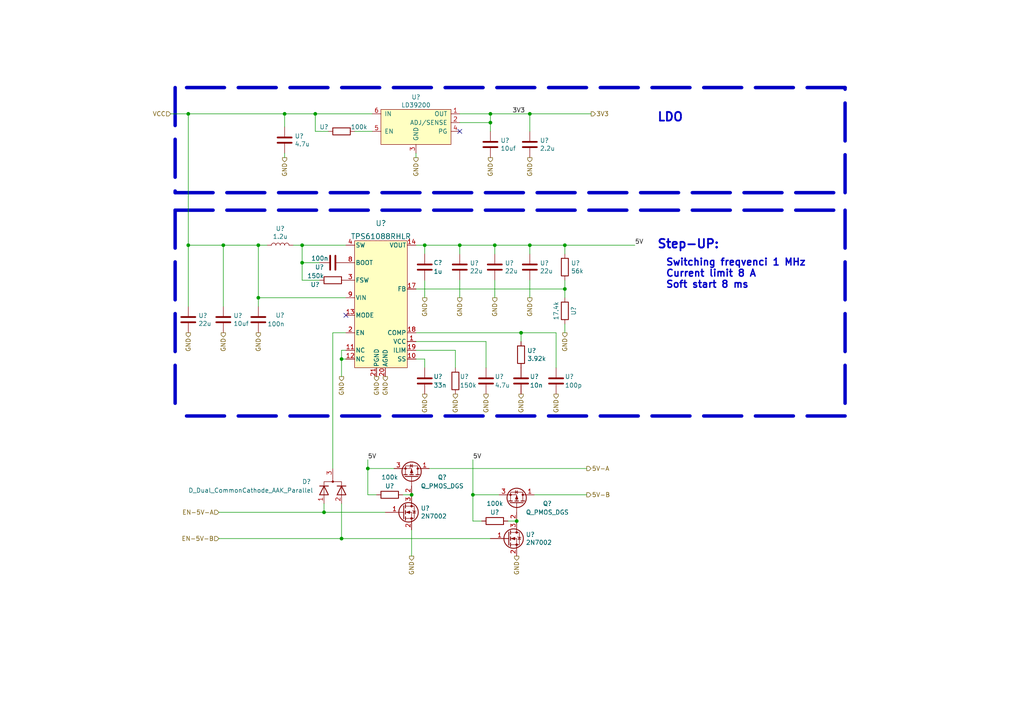
<source format=kicad_sch>
(kicad_sch (version 20211123) (generator eeschema)
  (paper "A4")
  (lib_symbols
    (symbol "B.B-rescue:2N7002-Transistor_FET-B.B-rescue-B.B-rescue" (pin_names (offset 0) hide)
      (property "Reference" "Q" (at 5.08 1.905 0))
      (property "Value" "2N7002-Transistor_FET-B.B-rescue-B.B-rescue" (at 5.08 0 0))
      (symbol "2N7002-Transistor_FET-B.B-rescue-B.B-rescue_0_1"
        (polyline (pts (xy 0.762 -1.778) (xy 2.54 -1.778)))
        (polyline (pts (xy 0.762 -1.27) (xy 0.762 -2.286)) (stroke (width 0.254)))
        (polyline (pts (xy 0.762 0) (xy 2.54 0)))
        (polyline (pts (xy 0.762 0.508) (xy 0.762 -0.508)) (stroke (width 0.254)))
        (polyline (pts (xy 0.762 1.778) (xy 2.54 1.778)))
        (polyline (pts (xy 0.762 2.286) (xy 0.762 1.27)) (stroke (width 0.254)))
        (polyline (pts (xy 2.54 -1.778) (xy 2.54 -2.54)))
        (polyline (pts (xy 2.54 -1.778) (xy 2.54 0)))
        (polyline (pts (xy 2.54 2.54) (xy 2.54 1.778)))
        (polyline (pts (xy 0.254 1.905) (xy 0.254 -1.905) (xy 0.254 -1.905)) (stroke (width 0.254)))
        (polyline (pts (xy 1.016 0) (xy 2.032 0.381) (xy 2.032 -0.381) (xy 1.016 0)) (fill (type outline)))
        (polyline (pts (xy 2.54 -1.778) (xy 3.302 -1.778) (xy 3.302 1.778) (xy 2.54 1.778)))
        (polyline (pts (xy 2.794 0.508) (xy 2.921 0.381) (xy 3.683 0.381) (xy 3.81 0.254)))
        (polyline (pts (xy 3.302 0.381) (xy 2.921 -0.254) (xy 3.683 -0.254) (xy 3.302 0.381)))
        (circle (center 1.651 0) (radius 2.8194) (stroke (width 0.254)))
        (circle (center 2.54 -1.778) (radius 0.2794) (fill (type outline)))
        (circle (center 2.54 1.778) (radius 0.2794) (fill (type outline)))
      )
      (symbol "2N7002-Transistor_FET-B.B-rescue-B.B-rescue_1_1"
        (pin input line (at -5.08 0 0) (length 5.334) (name "G") (number "1"))
        (pin passive line (at 2.54 -5.08 90) (length 2.54) (name "S") (number "2"))
        (pin passive line (at 2.54 5.08 270) (length 2.54) (name "D") (number "3"))
      )
    )
    (symbol "B.B-rescue:C-Device-B.B-rescue-B.B-rescue" (pin_numbers hide) (pin_names (offset 0.254))
      (property "Reference" "C" (at 0.635 2.54 0))
      (property "Value" "C-Device-B.B-rescue-B.B-rescue" (at 0.635 -2.54 0))
      (symbol "C-Device-B.B-rescue-B.B-rescue_0_1"
        (polyline (pts (xy -2.032 -0.762) (xy 2.032 -0.762)) (stroke (width 0.508)))
        (polyline (pts (xy -2.032 0.762) (xy 2.032 0.762)) (stroke (width 0.508)))
      )
      (symbol "C-Device-B.B-rescue-B.B-rescue_1_1"
        (pin passive line (at 0 3.81 270) (length 2.794) (name "~") (number "1"))
        (pin passive line (at 0 -3.81 90) (length 2.794) (name "~") (number "2"))
      )
    )
    (symbol "B.B-rescue:L-Device-B.B-rescue-B.B-rescue" (pin_numbers hide) (pin_names (offset 1.016) hide)
      (property "Reference" "L" (at -1.27 0 90))
      (property "Value" "L-Device-B.B-rescue-B.B-rescue" (at 1.905 0 90))
      (symbol "L-Device-B.B-rescue-B.B-rescue_0_1"
        (arc (start 0 -2.54) (mid 0.635 -1.905) (end 0 -1.27))
        (arc (start 0 -1.27) (mid 0.635 -0.635) (end 0 0))
        (arc (start 0 0) (mid 0.635 0.635) (end 0 1.27))
        (arc (start 0 1.27) (mid 0.635 1.905) (end 0 2.54))
      )
      (symbol "L-Device-B.B-rescue-B.B-rescue_1_1"
        (pin passive line (at 0 3.81 270) (length 1.27) (name "1") (number "1"))
        (pin passive line (at 0 -3.81 90) (length 1.27) (name "2") (number "2"))
      )
    )
    (symbol "B.B-rescue:LD39200-B.B-rescue" (pin_names (offset 1.016))
      (property "Reference" "U" (at 0 6.35 0))
      (property "Value" "LD39200-B.B-rescue" (at 0 3.81 0))
      (property "LCSC" "C222192" (at 0 0 0))
      (symbol "LD39200-B.B-rescue_0_1"
        (rectangle (start 10.16 1.27) (end -10.16 -8.89) (fill (type background)))
      )
      (symbol "LD39200-B.B-rescue_1_1"
        (pin power_out line (at 12.7 0 180) (length 2.54) (name "OUT") (number "1"))
        (pin input line (at 12.7 -2.54 180) (length 2.54) (name "ADJ/SENSE") (number "2"))
        (pin power_in line (at 0 -11.43 90) (length 2.54) (name "GND") (number "3"))
        (pin output line (at 12.7 -5.08 180) (length 2.54) (name "PG") (number "4"))
        (pin input line (at -12.7 -5.08 0) (length 2.54) (name "EN") (number "5"))
        (pin power_in line (at -12.7 0 0) (length 2.54) (name "IN") (number "6"))
        (pin power_in line (at 0 -11.43 90) (length 2.54) hide (name "GND") (number "7"))
      )
    )
    (symbol "B.B-rescue:R-Device-B.B-rescue-B.B-rescue" (pin_numbers hide) (pin_names (offset 0))
      (property "Reference" "R" (at 2.032 0 90))
      (property "Value" "R-Device-B.B-rescue-B.B-rescue" (at 0 0 90))
      (symbol "R-Device-B.B-rescue-B.B-rescue_0_1"
        (rectangle (start -1.016 -2.54) (end 1.016 2.54) (stroke (width 0.254)))
      )
      (symbol "R-Device-B.B-rescue-B.B-rescue_1_1"
        (pin passive line (at 0 3.81 270) (length 1.27) (name "~") (number "1"))
        (pin passive line (at 0 -3.81 90) (length 1.27) (name "~") (number "2"))
      )
    )
    (symbol "Device:C" (pin_numbers hide) (pin_names (offset 0.254))
      (property "Reference" "C" (at 0.635 2.54 0))
      (property "Value" "C" (at 0.635 -2.54 0))
      (symbol "C_0_1"
        (polyline (pts (xy -2.032 -0.762) (xy 2.032 -0.762)) (stroke (width 0.508)))
        (polyline (pts (xy -2.032 0.762) (xy 2.032 0.762)) (stroke (width 0.508)))
      )
      (symbol "C_1_1"
        (pin passive line (at 0 3.81 270) (length 2.794) (name "~") (number "1"))
        (pin passive line (at 0 -3.81 90) (length 2.794) (name "~") (number "2"))
      )
    )
    (symbol "Device:D_Dual_CommonCathode_AAK_Parallel" (pin_names (offset 0.762) hide)
      (property "Reference" "D" (at 0 5.08 0))
      (property "Value" "D_Dual_CommonCathode_AAK_Parallel" (at 0 -5.08 0))
      (symbol "D_Dual_CommonCathode_AAK_Parallel_0_0"
        (polyline (pts (xy 0 -1.27) (xy 0 -3.81)) (stroke (width 0.254)))
        (polyline (pts (xy 0 1.27) (xy 0 3.81)) (stroke (width 0.254)))
      )
      (symbol "D_Dual_CommonCathode_AAK_Parallel_0_1"
        (polyline (pts (xy 1.27 0) (xy 2.54 0)))
        (polyline (pts (xy -2.54 -2.54) (xy 1.27 -2.54) (xy 1.27 2.54) (xy -2.54 2.54)))
        (polyline (pts (xy -2.54 -1.27) (xy 0 -2.54) (xy -2.54 -3.81) (xy -2.54 -1.27) (xy -2.54 -1.27) (xy -2.54 -1.27)) (stroke (width 0.254)))
        (polyline (pts (xy -2.54 3.81) (xy 0 2.54) (xy -2.54 1.27) (xy -2.54 3.81) (xy -2.54 3.81) (xy -2.54 3.81)) (stroke (width 0.254)))
        (circle (center 1.27 0) (radius 0.254) (fill (type outline)))
        (pin passive line (at -5.08 2.54 0) (length 2.54) (name "K") (number "1"))
        (pin passive line (at -5.08 -2.54 0) (length 2.54) (name "K") (number "2"))
        (pin passive line (at 5.08 0 180) (length 2.54) (name "A") (number "3"))
      )
    )
    (symbol "Device:Q_PMOS_DGS" (pin_names (offset 0) hide)
      (property "Reference" "Q" (at 5.08 1.27 0))
      (property "Value" "Q_PMOS_DGS" (at 5.08 -1.27 0))
      (symbol "Q_PMOS_DGS_0_1"
        (polyline (pts (xy 0.254 0) (xy -2.54 0)))
        (polyline (pts (xy 0.254 1.905) (xy 0.254 -1.905)) (stroke (width 0.254)))
        (polyline (pts (xy 0.762 -1.27) (xy 0.762 -2.286)) (stroke (width 0.254)))
        (polyline (pts (xy 0.762 0.508) (xy 0.762 -0.508)) (stroke (width 0.254)))
        (polyline (pts (xy 0.762 2.286) (xy 0.762 1.27)) (stroke (width 0.254)))
        (polyline (pts (xy 2.54 2.54) (xy 2.54 1.778)))
        (polyline (pts (xy 2.54 -2.54) (xy 2.54 0) (xy 0.762 0)))
        (polyline (pts (xy 0.762 1.778) (xy 3.302 1.778) (xy 3.302 -1.778) (xy 0.762 -1.778)))
        (polyline (pts (xy 2.286 0) (xy 1.27 0.381) (xy 1.27 -0.381) (xy 2.286 0)) (fill (type outline)))
        (polyline (pts (xy 2.794 -0.508) (xy 2.921 -0.381) (xy 3.683 -0.381) (xy 3.81 -0.254)))
        (polyline (pts (xy 3.302 -0.381) (xy 2.921 0.254) (xy 3.683 0.254) (xy 3.302 -0.381)))
        (circle (center 1.651 0) (radius 2.794) (stroke (width 0.254)))
        (circle (center 2.54 -1.778) (radius 0.254) (fill (type outline)))
        (circle (center 2.54 1.778) (radius 0.254) (fill (type outline)))
      )
      (symbol "Q_PMOS_DGS_1_1"
        (pin passive line (at 2.54 5.08 270) (length 2.54) (name "D") (number "1"))
        (pin input line (at -5.08 0 0) (length 2.54) (name "G") (number "2"))
        (pin passive line (at 2.54 -5.08 90) (length 2.54) (name "S") (number "3"))
      )
    )
    (symbol "Robotarna_KiCad_Library:TPS61088RHLR" (pin_names (offset 0.254))
      (property "Reference" "U" (at 0 11.43 0))
      (property "Value" "TPS61088RHLR" (at 0 3.81 0))
      (symbol "TPS61088RHLR_0_1"
        (pin passive line (at 10.16 -27.94 180) (length 2.54) (name "VCC") (number "1"))
        (pin passive line (at 10.16 -33.02 180) (length 2.54) (name "SS") (number "10"))
        (pin unspecified line (at -10.16 -30.48 0) (length 2.54) (name "NC") (number "11"))
        (pin unspecified line (at -10.16 -33.02 0) (length 2.54) (name "NC") (number "12"))
        (pin input line (at -10.16 -20.32 0) (length 2.54) (name "MODE") (number "13"))
        (pin power_out line (at 10.16 0 180) (length 2.54) (name "VOUT") (number "14"))
        (pin power_out line (at 10.16 0 180) (length 2.54) hide (name "VOUT") (number "15"))
        (pin power_out line (at 10.16 0 180) (length 2.54) hide (name "VOUT") (number "16"))
        (pin input line (at 10.16 -12.7 180) (length 2.54) (name "FB") (number "17"))
        (pin passive line (at 10.16 -25.4 180) (length 2.54) (name "COMP") (number "18"))
        (pin passive line (at 10.16 -30.48 180) (length 2.54) (name "ILIM") (number "19"))
        (pin input line (at -10.16 -25.4 0) (length 2.54) (name "EN") (number "2"))
        (pin power_in line (at 1.27 -38.1 90) (length 2.54) (name "AGND") (number "20"))
        (pin power_in line (at -1.27 -38.1 90) (length 2.54) (name "PGND") (number "21"))
        (pin passive line (at -10.16 -10.16 0) (length 2.54) (name "FSW") (number "3"))
        (pin power_in line (at -10.16 0 0) (length 2.54) (name "SW") (number "4"))
        (pin power_in line (at -10.16 0 0) (length 2.54) hide (name "SW") (number "5"))
        (pin power_in line (at -10.16 0 0) (length 2.54) hide (name "SW") (number "6"))
        (pin power_in line (at -10.16 0 0) (length 2.54) hide (name "SW") (number "7"))
        (pin passive line (at -10.16 -5.08 0) (length 2.54) (name "BOOT") (number "8"))
        (pin power_in line (at -10.16 -15.24 0) (length 2.54) (name "VIN") (number "9"))
      )
      (symbol "TPS61088RHLR_1_1"
        (rectangle (start -7.62 1.27) (end 7.62 -35.56) (fill (type background)))
      )
    )
  )
  (junction (at 143.51 71.12))
  (junction (at 142.24 35.56))
  (junction (at 87.63 76.2))
  (junction (at 99.06 156.21))
  (junction (at 119.38 143.51))
  (junction (at 74.93 71.12))
  (junction (at 74.93 86.36))
  (junction (at 82.55 33.02))
  (junction (at 163.83 83.82))
  (junction (at 93.98 148.59))
  (junction (at 153.67 71.12))
  (junction (at 149.86 151.13))
  (junction (at 137.16 143.51))
  (junction (at 91.44 33.02))
  (junction (at 133.35 71.12))
  (junction (at 151.13 96.52))
  (junction (at 54.61 33.02))
  (junction (at 54.61 71.12))
  (junction (at 123.19 71.12))
  (junction (at 87.63 71.12))
  (junction (at 64.77 71.12))
  (junction (at 163.83 71.12))
  (junction (at 106.68 135.89))
  (junction (at 153.67 33.02))
  (junction (at 99.06 104.14))
  (junction (at 142.24 33.02))
  (no_connect (at 100.33 91.44))
  (no_connect (at 133.35 38.1))
  (wire (pts (xy 143.51 71.12) (xy 153.67 71.12)))
  (wire (pts (xy 99.06 156.21) (xy 142.24 156.21)))
  (wire (pts (xy 99.06 104.14) (xy 99.06 101.6)))
  (polyline (pts (xy 50.8 55.88) (xy 245.11 55.88)) (stroke (width 1)))
  (wire (pts (xy 163.83 81.28) (xy 163.83 83.82)))
  (polyline (pts (xy 50.8 60.96) (xy 50.8 120.65)) (stroke (width 1)))
  (wire (pts (xy 120.65 71.12) (xy 123.19 71.12)))
  (polyline (pts (xy 50.8 60.96) (xy 245.11 60.96)) (stroke (width 1)))
  (wire (pts (xy 74.93 71.12) (xy 74.93 86.36)))
  (wire (pts (xy 137.16 133.35) (xy 137.16 143.51)))
  (wire (pts (xy 91.44 33.02) (xy 107.95 33.02)))
  (wire (pts (xy 54.61 71.12) (xy 54.61 88.9)))
  (wire (pts (xy 74.93 86.36) (xy 100.33 86.36)))
  (wire (pts (xy 109.22 143.51) (xy 106.68 143.51)))
  (wire (pts (xy 143.51 73.66) (xy 143.51 71.12)))
  (wire (pts (xy 163.83 71.12) (xy 184.15 71.12)))
  (wire (pts (xy 133.35 71.12) (xy 143.51 71.12)))
  (wire (pts (xy 106.68 135.89) (xy 114.3 135.89)))
  (wire (pts (xy 123.19 73.66) (xy 123.19 71.12)))
  (wire (pts (xy 123.19 71.12) (xy 133.35 71.12)))
  (wire (pts (xy 142.24 35.56) (xy 142.24 33.02)))
  (wire (pts (xy 123.19 86.36) (xy 123.19 81.28)))
  (wire (pts (xy 153.67 86.36) (xy 153.67 81.28)))
  (wire (pts (xy 153.67 73.66) (xy 153.67 71.12)))
  (wire (pts (xy 63.5 148.59) (xy 93.98 148.59)))
  (wire (pts (xy 161.29 106.68) (xy 161.29 96.52)))
  (wire (pts (xy 139.7 151.13) (xy 137.16 151.13)))
  (wire (pts (xy 133.35 86.36) (xy 133.35 81.28)))
  (wire (pts (xy 161.29 96.52) (xy 151.13 96.52)))
  (wire (pts (xy 87.63 71.12) (xy 100.33 71.12)))
  (wire (pts (xy 82.55 45.72) (xy 82.55 44.45)))
  (wire (pts (xy 99.06 146.05) (xy 99.06 156.21)))
  (wire (pts (xy 132.08 106.68) (xy 132.08 101.6)))
  (wire (pts (xy 123.19 106.68) (xy 123.19 104.14)))
  (wire (pts (xy 140.97 99.06) (xy 120.65 99.06)))
  (wire (pts (xy 153.67 71.12) (xy 163.83 71.12)))
  (wire (pts (xy 142.24 38.1) (xy 142.24 35.56)))
  (wire (pts (xy 124.46 135.89) (xy 170.18 135.89)))
  (wire (pts (xy 119.38 153.67) (xy 119.38 161.29)))
  (wire (pts (xy 99.06 104.14) (xy 100.33 104.14)))
  (wire (pts (xy 120.65 96.52) (xy 151.13 96.52)))
  (polyline (pts (xy 245.11 55.88) (xy 245.11 25.4)) (stroke (width 1)))
  (wire (pts (xy 143.51 86.36) (xy 143.51 81.28)))
  (wire (pts (xy 91.44 38.1) (xy 91.44 33.02)))
  (wire (pts (xy 123.19 104.14) (xy 120.65 104.14)))
  (wire (pts (xy 96.52 96.52) (xy 100.33 96.52)))
  (wire (pts (xy 106.68 133.35) (xy 106.68 135.89)))
  (polyline (pts (xy 245.11 25.4) (xy 50.8 25.4)) (stroke (width 1)))
  (polyline (pts (xy 245.11 120.65) (xy 50.8 120.65)) (stroke (width 1)))
  (wire (pts (xy 133.35 73.66) (xy 133.35 71.12)))
  (wire (pts (xy 140.97 106.68) (xy 140.97 99.06)))
  (wire (pts (xy 132.08 101.6) (xy 120.65 101.6)))
  (wire (pts (xy 64.77 71.12) (xy 64.77 88.9)))
  (wire (pts (xy 153.67 33.02) (xy 171.45 33.02)))
  (wire (pts (xy 147.32 151.13) (xy 149.86 151.13)))
  (wire (pts (xy 163.83 96.52) (xy 163.83 93.98)))
  (wire (pts (xy 106.68 135.89) (xy 106.68 143.51)))
  (wire (pts (xy 93.98 148.59) (xy 111.76 148.59)))
  (wire (pts (xy 154.94 143.51) (xy 170.18 143.51)))
  (wire (pts (xy 74.93 71.12) (xy 77.47 71.12)))
  (wire (pts (xy 63.5 156.21) (xy 99.06 156.21)))
  (wire (pts (xy 133.35 35.56) (xy 142.24 35.56)))
  (wire (pts (xy 87.63 76.2) (xy 87.63 71.12)))
  (wire (pts (xy 92.71 81.28) (xy 87.63 81.28)))
  (wire (pts (xy 54.61 33.02) (xy 82.55 33.02)))
  (wire (pts (xy 54.61 71.12) (xy 64.77 71.12)))
  (wire (pts (xy 82.55 33.02) (xy 91.44 33.02)))
  (wire (pts (xy 99.06 109.22) (xy 99.06 104.14)))
  (wire (pts (xy 153.67 33.02) (xy 153.67 38.1)))
  (wire (pts (xy 85.09 71.12) (xy 87.63 71.12)))
  (polyline (pts (xy 245.11 60.96) (xy 245.11 120.65)) (stroke (width 1)))
  (wire (pts (xy 163.83 73.66) (xy 163.83 71.12)))
  (wire (pts (xy 87.63 76.2) (xy 92.71 76.2)))
  (wire (pts (xy 96.52 135.89) (xy 96.52 96.52)))
  (wire (pts (xy 137.16 143.51) (xy 144.78 143.51)))
  (wire (pts (xy 99.06 101.6) (xy 100.33 101.6)))
  (wire (pts (xy 137.16 143.51) (xy 137.16 151.13)))
  (wire (pts (xy 64.77 71.12) (xy 74.93 71.12)))
  (wire (pts (xy 49.53 33.02) (xy 54.61 33.02)))
  (wire (pts (xy 151.13 96.52) (xy 151.13 99.06)))
  (wire (pts (xy 142.24 33.02) (xy 153.67 33.02)))
  (wire (pts (xy 102.87 38.1) (xy 107.95 38.1)))
  (wire (pts (xy 74.93 86.36) (xy 74.93 88.9)))
  (wire (pts (xy 82.55 36.83) (xy 82.55 33.02)))
  (wire (pts (xy 120.65 45.72) (xy 120.65 44.45)))
  (wire (pts (xy 93.98 146.05) (xy 93.98 148.59)))
  (wire (pts (xy 120.65 83.82) (xy 163.83 83.82)))
  (polyline (pts (xy 50.8 25.4) (xy 50.8 55.88)) (stroke (width 1)))
  (wire (pts (xy 142.24 33.02) (xy 133.35 33.02)))
  (wire (pts (xy 116.84 143.51) (xy 119.38 143.51)))
  (wire (pts (xy 95.25 38.1) (xy 91.44 38.1)))
  (wire (pts (xy 163.83 83.82) (xy 163.83 86.36)))
  (wire (pts (xy 87.63 81.28) (xy 87.63 76.2)))
  (wire (pts (xy 54.61 33.02) (xy 54.61 71.12)))
  (text "LDO" (at 190.5 35.56 0) (effects (font (size 2.5 2.5) bold) (justify left bottom)))
  (text "Switching freqvenci 1 MHz\nCurrent limit 8 A\nSoft start 8 ms" (at 193.04 83.82 0) (effects (font (size 2 2) bold) (justify left bottom)))
  (text "Step-UP:" (at 190.5 72.39 0) (effects (font (size 2.5 2.5) bold) (justify left bottom)))
  (label "5V" (at 106.68 133.35 0))
  (label "3V3" (at 148.59 33.02 0))
  (label "5V" (at 184.15 71.12 0))
  (label "5V" (at 137.16 133.35 0))
  (hierarchical_label "GND" (shape output) (at 109.22 109.22 270))
  (hierarchical_label "EN-5V-A" (shape input) (at 63.5 148.59 180))
  (hierarchical_label "GND" (shape output) (at 153.67 45.72 270))
  (hierarchical_label "GND" (shape output) (at 151.13 114.3 270))
  (hierarchical_label "GND" (shape output) (at 133.35 86.36 270))
  (hierarchical_label "EN-5V-B" (shape input) (at 63.5 156.21 180))
  (hierarchical_label "GND" (shape output) (at 99.06 109.22 270))
  (hierarchical_label "GND" (shape output) (at 64.77 96.52 270))
  (hierarchical_label "GND" (shape output) (at 74.93 96.52 270))
  (hierarchical_label "5V-B" (shape output) (at 170.18 143.51 0))
  (hierarchical_label "GND" (shape output) (at 161.29 114.3 270))
  (hierarchical_label "GND" (shape output) (at 119.38 161.29 270))
  (hierarchical_label "GND" (shape output) (at 143.51 86.36 270))
  (hierarchical_label "GND" (shape output) (at 153.67 86.36 270))
  (hierarchical_label "GND" (shape output) (at 149.86 161.29 270))
  (hierarchical_label "5V-A" (shape output) (at 170.18 135.89 0))
  (hierarchical_label "GND" (shape output) (at 123.19 114.3 270))
  (hierarchical_label "GND" (shape output) (at 120.65 45.72 270))
  (hierarchical_label "GND" (shape output) (at 142.24 45.72 270))
  (hierarchical_label "VCC" (shape input) (at 49.53 33.02 180))
  (hierarchical_label "GND" (shape output) (at 123.19 86.36 270))
  (hierarchical_label "GND" (shape output) (at 82.55 45.72 270))
  (hierarchical_label "GND" (shape output) (at 111.76 109.22 270))
  (hierarchical_label "GND" (shape output) (at 54.61 96.52 270))
  (hierarchical_label "3V3" (shape output) (at 171.45 33.02 0))
  (hierarchical_label "GND" (shape output) (at 163.83 96.52 270))
  (hierarchical_label "GND" (shape output) (at 140.97 114.3 270))
  (hierarchical_label "GND" (shape output) (at 132.08 114.3 270))
  (symbol (lib_id "B.B-rescue:C-Device-B.B-rescue-B.B-rescue") (at 142.24 41.91 0) (unit 1)
    (property "Reference" "U?" (at 145.161 40.7416 0) (effects (justify left)))
    (property "Value" "10uf" (at 145.161 43.053 0) (effects (justify left)))
    (property "Footprint" "Capacitor_SMD:C_0805_2012Metric" (effects hide))
    (property "LCSC" "C15850" (effects hide))
  )
  (symbol (lib_id "B.B-rescue:R-Device-B.B-rescue-B.B-rescue") (at 151.13 102.87 0) (unit 1)
    (property "Reference" "U?" (at 152.908 101.7016 0) (effects (justify left)))
    (property "Value" "3.92k" (at 152.908 104.013 0) (effects (justify left)))
    (property "Footprint" "Resistor_SMD:R_0402_1005Metric" (effects hide))
    (property "LCSC" "C423178" (effects hide))
  )
  (symbol (lib_id "B.B-rescue:C-Device-B.B-rescue-B.B-rescue") (at 96.52 76.2 90) (unit 1)
    (property "Reference" "U?" (at 93.98 77.47 90) (effects (justify left)))
    (property "Value" "100n" (at 95.25 74.93 90) (effects (justify left)))
    (property "Footprint" "Capacitor_SMD:C_0402_1005Metric" (effects hide))
    (property "LCSC" "C1525" (effects hide))
  )
  (symbol (lib_id "B.B-rescue:C-Device-B.B-rescue-B.B-rescue") (at 133.35 77.47 0) (unit 1)
    (property "Reference" "U?" (at 136.271 76.3016 0) (effects (justify left)))
    (property "Value" "22u" (at 136.271 78.613 0) (effects (justify left)))
    (property "Footprint" "Capacitor_SMD:C_0805_2012Metric" (effects hide))
    (property "LCSC" "C45783" (effects hide))
  )
  (symbol (lib_id "Robotarna_KiCad_Library:TPS61088RHLR") (at 110.49 71.12 0) (unit 1)
    (property "Reference" "U?" (at 110.49 64.77 0) (effects (font (size 1.524 1.524))))
    (property "Value" "TPS61088RHLR" (at 110.49 68.58 0) (effects (font (size 1.524 1.524))))
    (property "Footprint" "RHL0020A" (effects hide))
    (property "Datasheet" "TPS61088RHLR" (effects hide))
    (property "LCSC" "C87357" (effects hide))
  )
  (symbol (lib_id "B.B-rescue:LD39200-B.B-rescue") (at 120.65 33.02 0) (unit 1)
    (property "Reference" "U?" (at 120.65 28.1686 0))
    (property "Value" "LD39200" (at 120.65 30.48 0))
    (property "Footprint" "Package_DFN_QFN:DFN-6-1EP_3x3mm_P1mm_EP1.5x2.4mm" (effects hide))
    (property "Datasheet" "https://datasheet.lcsc.com/szlcsc/1808280153_STMicroelectronics-LD39200PU33R_C222192.pdf" (effects hide))
    (property "LCSC" "C222192" (effects hide))
  )
  (symbol (lib_id "B.B-rescue:C-Device-B.B-rescue-B.B-rescue") (at 151.13 110.49 0) (mirror y) (unit 1)
    (property "Reference" "U?" (at 153.67 109.22 0) (effects (justify right)))
    (property "Value" "10n" (at 153.67 111.76 0) (effects (justify right)))
    (property "Footprint" "Capacitor_SMD:C_0402_1005Metric" (effects hide))
    (property "LCSC" "C15195" (effects hide))
  )
  (symbol (lib_id "B.B-rescue:C-Device-B.B-rescue-B.B-rescue") (at 54.61 92.71 0) (unit 1)
    (property "Reference" "U?" (at 57.531 91.5416 0) (effects (justify left)))
    (property "Value" "22u" (at 57.531 93.853 0) (effects (justify left)))
    (property "Footprint" "Capacitor_SMD:C_0805_2012Metric" (effects hide))
    (property "LCSC" "C45783" (effects hide))
  )
  (symbol (lib_id "B.B-rescue:C-Device-B.B-rescue-B.B-rescue") (at 161.29 110.49 0) (mirror y) (unit 1)
    (property "Reference" "U?" (at 163.83 109.22 0) (effects (justify right)))
    (property "Value" "100p" (at 163.83 111.76 0) (effects (justify right)))
    (property "Footprint" "Capacitor_SMD:C_0402_1005Metric" (effects hide))
    (property "LCSC" "C1546" (effects hide))
  )
  (symbol (lib_id "B.B-rescue:C-Device-B.B-rescue-B.B-rescue") (at 140.97 110.49 0) (unit 1)
    (property "Reference" "U?" (at 143.51 109.22 0) (effects (justify left)))
    (property "Value" "4.7u" (at 143.51 111.76 0) (effects (justify left)))
    (property "Footprint" "Capacitor_SMD:C_0805_2012Metric" (effects hide))
    (property "LCSC" "C1779" (effects hide))
  )
  (symbol (lib_id "B.B-rescue:C-Device-B.B-rescue-B.B-rescue") (at 82.55 40.64 0) (unit 1)
    (property "Reference" "U?" (at 85.471 39.4716 0) (effects (justify left)))
    (property "Value" "4.7u" (at 85.471 41.783 0) (effects (justify left)))
    (property "Footprint" "Capacitor_SMD:C_0805_2012Metric" (effects hide))
    (property "LCSC" "C1779" (effects hide))
  )
  (symbol (lib_id "Device:Q_PMOS_DGS") (at 149.86 146.05 270) (mirror x) (unit 1)
    (property "Reference" "Q?" (at 158.75 146.05 90))
    (property "Value" "Q_PMOS_DGS" (at 158.75 148.59 90))
    (property "Footprint" "RBCX:JMSL0302AU" (effects hide))
    (property "Datasheet" "https://datasheet.lcsc.com/lcsc/2109070930_Jiangsu-JieJie-Microelectronics-JMSL0302AU_C2890409.pdf" (effects hide))
    (property "LCSC" "C2890409" (effects hide))
    (property "Basic/Extended" "E" (effects hide))
  )
  (symbol (lib_id "Device:D_Dual_CommonCathode_AAK_Parallel") (at 96.52 140.97 90) (unit 1)
    (property "Reference" "D?" (at 87.63 139.7 90) (effects (justify right)))
    (property "Value" "D_Dual_CommonCathode_AAK_Parallel" (at 54.61 142.24 90) (effects (justify right)))
    (property "Footprint" "Package_TO_SOT_SMD:SOT-723" (effects hide))
    (property "Datasheet" "https://datasheet.lcsc.com/lcsc/2210202101_onsemi-DAN222M3T5G_C896182.pdf" (effects hide))
    (property "LCSC" "C896182" (effects hide))
  )
  (symbol (lib_id "B.B-rescue:L-Device-B.B-rescue-B.B-rescue") (at 81.28 71.12 90) (unit 1)
    (property "Reference" "U?" (at 81.28 66.294 90))
    (property "Value" "1.2u" (at 81.28 68.6054 90))
    (property "Footprint" "BB:MWSA0603_6.6x7.1x3.0" (effects hide))
    (property "Datasheet" "https://datasheet.lcsc.com/szlcsc/Sunlord-MWSA0603-2R2MT_C112126.pdf" (effects hide))
    (property "LCSC" "C2453293" (effects hide))
  )
  (symbol (lib_id "B.B-rescue:R-Device-B.B-rescue-B.B-rescue") (at 96.52 81.28 90) (unit 1)
    (property "Reference" "U?" (at 92.71 82.55 90) (effects (justify left)))
    (property "Value" "150k" (at 93.98 80.01 90) (effects (justify left)))
    (property "Footprint" "Resistor_SMD:R_0402_1005Metric" (effects hide))
    (property "LCSC" "C25755" (effects hide))
  )
  (symbol (lib_id "B.B-rescue:C-Device-B.B-rescue-B.B-rescue") (at 64.77 92.71 0) (unit 1)
    (property "Reference" "U?" (at 67.691 91.5416 0) (effects (justify left)))
    (property "Value" "10uf" (at 67.691 93.853 0) (effects (justify left)))
    (property "Footprint" "Capacitor_SMD:C_0805_2012Metric" (effects hide))
    (property "LCSC" "C15850" (effects hide))
  )
  (symbol (lib_id "B.B-rescue:C-Device-B.B-rescue-B.B-rescue") (at 143.51 77.47 0) (unit 1)
    (property "Reference" "U?" (at 146.431 76.3016 0) (effects (justify left)))
    (property "Value" "22u" (at 146.431 78.613 0) (effects (justify left)))
    (property "Footprint" "Capacitor_SMD:C_0805_2012Metric" (effects hide))
    (property "LCSC" "C45783" (effects hide))
  )
  (symbol (lib_id "B.B-rescue:R-Device-B.B-rescue-B.B-rescue") (at 132.08 110.49 0) (unit 1)
    (property "Reference" "U?" (at 133.35 109.22 0) (effects (justify left)))
    (property "Value" "150k" (at 133.35 111.76 0) (effects (justify left)))
    (property "Footprint" "Resistor_SMD:R_0402_1005Metric" (effects hide))
    (property "LCSC" "C25755" (effects hide))
  )
  (symbol (lib_id "B.B-rescue:C-Device-B.B-rescue-B.B-rescue") (at 153.67 41.91 0) (unit 1)
    (property "Reference" "U?" (at 156.591 40.7416 0) (effects (justify left)))
    (property "Value" "2.2u" (at 156.591 43.053 0) (effects (justify left)))
    (property "Footprint" "Capacitor_SMD:C_0805_2012Metric" (effects hide))
    (property "LCSC" "C49217" (effects hide))
  )
  (symbol (lib_id "B.B-rescue:R-Device-B.B-rescue-B.B-rescue") (at 163.83 77.47 0) (unit 1)
    (property "Reference" "U?" (at 165.608 76.3016 0) (effects (justify left)))
    (property "Value" "56k" (at 165.608 78.613 0) (effects (justify left)))
    (property "Footprint" "Resistor_SMD:R_0402_1005Metric" (effects hide))
    (property "LCSC" "C25796" (effects hide))
  )
  (symbol (lib_id "B.B-rescue:R-Device-B.B-rescue-B.B-rescue") (at 113.03 143.51 90) (unit 1)
    (property "Reference" "U?" (at 113.03 140.97 90))
    (property "Value" "100k" (at 113.03 138.43 90))
    (property "Footprint" "Resistor_SMD:R_0402_1005Metric" (effects hide))
    (property "LCSC" "C25741" (effects hide))
  )
  (symbol (lib_id "B.B-rescue:C-Device-B.B-rescue-B.B-rescue") (at 153.67 77.47 0) (unit 1)
    (property "Reference" "U?" (at 156.591 76.3016 0) (effects (justify left)))
    (property "Value" "22u" (at 156.591 78.613 0) (effects (justify left)))
    (property "Footprint" "Capacitor_SMD:C_0805_2012Metric" (effects hide))
    (property "LCSC" "C45783" (effects hide))
  )
  (symbol (lib_id "B.B-rescue:C-Device-B.B-rescue-B.B-rescue") (at 74.93 92.71 0) (mirror y) (unit 1)
    (property "Reference" "U?" (at 82.55 91.44 0) (effects (justify left)))
    (property "Value" "100n" (at 82.55 93.98 0) (effects (justify left)))
    (property "Footprint" "Capacitor_SMD:C_0402_1005Metric" (effects hide))
    (property "LCSC" "C1525" (effects hide))
  )
  (symbol (lib_id "B.B-rescue:R-Device-B.B-rescue-B.B-rescue") (at 143.51 151.13 90) (unit 1)
    (property "Reference" "U?" (at 143.51 148.59 90))
    (property "Value" "100k" (at 143.51 146.05 90))
    (property "Footprint" "Resistor_SMD:R_0402_1005Metric" (effects hide))
    (property "LCSC" "C25741" (effects hide))
  )
  (symbol (lib_id "B.B-rescue:R-Device-B.B-rescue-B.B-rescue") (at 99.06 38.1 270) (unit 1)
    (property "Reference" "U?" (at 93.98 36.83 90))
    (property "Value" "100k" (at 104.14 36.83 90))
    (property "Footprint" "Resistor_SMD:R_0402_1005Metric" (effects hide))
    (property "LCSC" "C25741" (effects hide))
  )
  (symbol (lib_id "Device:Q_PMOS_DGS") (at 119.38 138.43 270) (mirror x) (unit 1)
    (property "Reference" "Q?" (at 128.27 138.43 90))
    (property "Value" "Q_PMOS_DGS" (at 128.27 140.97 90))
    (property "Footprint" "RBCX:JMSL0302AU" (effects hide))
    (property "Datasheet" "https://datasheet.lcsc.com/lcsc/2109070930_Jiangsu-JieJie-Microelectronics-JMSL0302AU_C2890409.pdf" (effects hide))
    (property "LCSC" "C2890409" (effects hide))
    (property "Basic/Extended" "E" (effects hide))
  )
  (symbol (lib_id "B.B-rescue:2N7002-Transistor_FET-B.B-rescue-B.B-rescue") (at 116.84 148.59 0) (unit 1)
    (property "Reference" "U?" (at 122.0216 147.4216 0) (effects (justify left)))
    (property "Value" "2N7002" (at 122.0216 149.733 0) (effects (justify left)))
    (property "Footprint" "Package_TO_SOT_SMD:SOT-23" (effects hide))
    (property "Datasheet" "https://datasheet.lcsc.com/szlcsc/Changjiang-Electronics-Tech-CJ-CJ3134K_C110100.pdf" (effects hide))
    (property "LCSC" "C8545" (effects hide))
    (property "JLCPCB_CORRECTION" "0;0;180" (effects hide))
  )
  (symbol (lib_id "Device:C") (at 123.19 77.47 0) (mirror y) (unit 1)
    (property "Reference" "C?" (at 125.73 76.2 0) (effects (justify right)))
    (property "Value" "1u" (at 125.73 78.74 0) (effects (justify right)))
    (property "Footprint" "Capacitor_SMD:C_0402_1005Metric" (effects hide))
    (property "LCSC" "C52923" (effects hide))
    (property "JLCPCB_CORRECTION" "0;0;0" (effects hide))
  )
  (symbol (lib_id "B.B-rescue:C-Device-B.B-rescue-B.B-rescue") (at 123.19 110.49 0) (mirror y) (unit 1)
    (property "Reference" "U?" (at 125.73 109.22 0) (effects (justify right)))
    (property "Value" "33n" (at 125.73 111.76 0) (effects (justify right)))
    (property "Footprint" "Capacitor_SMD:C_0402_1005Metric" (effects hide))
    (property "LCSC" "C1585" (effects hide))
  )
  (symbol (lib_id "B.B-rescue:2N7002-Transistor_FET-B.B-rescue-B.B-rescue") (at 147.32 156.21 0) (unit 1)
    (property "Reference" "U?" (at 152.5016 155.0416 0) (effects (justify left)))
    (property "Value" "2N7002" (at 152.5016 157.353 0) (effects (justify left)))
    (property "Footprint" "Package_TO_SOT_SMD:SOT-23" (effects hide))
    (property "Datasheet" "https://datasheet.lcsc.com/szlcsc/Changjiang-Electronics-Tech-CJ-CJ3134K_C110100.pdf" (effects hide))
    (property "LCSC" "C8545" (effects hide))
    (property "JLCPCB_CORRECTION" "0;0;180" (effects hide))
  )
  (symbol (lib_id "B.B-rescue:R-Device-B.B-rescue-B.B-rescue") (at 163.83 90.17 180) (unit 1)
    (property "Reference" "U?" (at 166.37 90.17 90))
    (property "Value" "17.4k" (at 161.29 90.17 90))
    (property "Footprint" "Resistor_SMD:R_0402_1005Metric" (effects hide))
    (property "LCSC" "C226818" (effects hide))
  )
)
</source>
